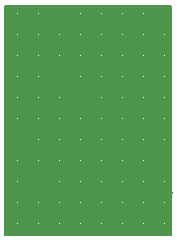
<source format=gbl>
%FSLAX24Y24*%
%MOIN*%
G70*
G01*
G75*
G04 Layer_Physical_Order=2*
G04 Layer_Color=16711680*
%ADD10C,0.0080*%
%ADD11R,0.0200X0.0250*%
%ADD12R,0.0250X0.0200*%
%ADD13R,0.0472X0.0433*%
%ADD14R,0.0110X0.0354*%
%ADD15R,0.0354X0.0110*%
%ADD16R,0.0354X0.0110*%
%ADD17R,0.0591X0.0512*%
%ADD18C,0.0100*%
%ADD19C,0.0300*%
%ADD20C,0.0060*%
%ADD21R,0.0510X0.0300*%
%ADD22C,0.0320*%
D10*
X2500Y7150D02*
X8030Y7150D01*
X2500Y7010D02*
X8030Y7010D01*
X2500Y7080D02*
X8030Y7080D01*
X2500Y7360D02*
X8030Y7360D01*
X2500Y7220D02*
X8030Y7220D01*
X2500Y7290D02*
X8030Y7290D01*
X2500Y6730D02*
X8030Y6730D01*
X2500Y6590D02*
X8030Y6590D01*
X2500Y6660D02*
X8030Y6660D01*
X2500Y6940D02*
X8030Y6940D01*
X2500Y6800D02*
X8030Y6800D01*
X2500Y6870D02*
X8030Y6870D01*
X2500Y7990D02*
X8030Y7990D01*
X2500Y7850D02*
X8030Y7850D01*
X2500Y7920D02*
X8030Y7920D01*
X2500Y8200D02*
X8030Y8200D01*
X2500Y8060D02*
X8030Y8060D01*
X2500Y8130D02*
X8030Y8130D01*
X2500Y7570D02*
X8030Y7570D01*
X2500Y7430D02*
X8030Y7430D01*
X2500Y7500D02*
X8030Y7500D01*
X2500Y7780D02*
X8030Y7780D01*
X2500Y7640D02*
X8030Y7640D01*
X2500Y7710D02*
X8030Y7710D01*
X2500Y5470D02*
X8030Y5470D01*
X2500Y5260D02*
X8030Y5260D01*
X2500Y5330D02*
X8030Y5330D01*
X2500Y5680D02*
X8030Y5680D01*
X2500Y5540D02*
X8030Y5540D01*
X2500Y5610D02*
X8030Y5610D01*
X2500Y4980D02*
X8030Y4980D01*
X2500Y4560D02*
X8030Y4560D01*
X2500Y4910D02*
X8030Y4910D01*
X2500Y5190D02*
X8030Y5190D01*
X2500Y5050D02*
X8030Y5050D01*
X2500Y5120D02*
X8030Y5120D01*
X2500Y6310D02*
X8030Y6310D01*
X2500Y6170D02*
X8030Y6170D01*
X2500Y6240D02*
X8030Y6240D01*
X2500Y6520D02*
X8030Y6520D01*
X2500Y6380D02*
X8030Y6380D01*
X2500Y6450D02*
X8030Y6450D01*
X2500Y5890D02*
X8030Y5890D01*
X2500Y5750D02*
X8030Y5750D01*
X2500Y5820D02*
X8030Y5820D01*
X2500Y6100D02*
X8030Y6100D01*
X2500Y5960D02*
X8030Y5960D01*
X2500Y6030D02*
X8030Y6030D01*
X2500Y10580D02*
X8030Y10580D01*
X2500Y10440D02*
X8030Y10440D01*
X2500Y10510D02*
X8030Y10510D01*
X2500Y10790D02*
X8030Y10790D01*
X2500Y10650D02*
X8030Y10650D01*
X2500Y10720D02*
X8030Y10720D01*
X2500Y10160D02*
X8030Y10160D01*
X2500Y10020D02*
X8030Y10020D01*
X2500Y10090D02*
X8030Y10090D01*
X2500Y10370D02*
X8030Y10370D01*
X2500Y10230D02*
X8030Y10230D01*
X2500Y10300D02*
X8030Y10300D01*
X2500Y11420D02*
X8030Y11420D01*
X2500Y11280D02*
X8030Y11280D01*
X2500Y11350D02*
X8030Y11350D01*
X2500Y11620D02*
X8030Y11620D01*
X2500Y11490D02*
X8030Y11490D01*
X2500Y11560D02*
X8030Y11560D01*
X2500Y11000D02*
X8030Y11000D01*
X2500Y10860D02*
X8030Y10860D01*
X2500Y10930D02*
X8030Y10930D01*
X2500Y11210D02*
X8030Y11210D01*
X2500Y11070D02*
X8030Y11070D01*
X2500Y11140D02*
X8030Y11140D01*
X2500Y8900D02*
X8030Y8900D01*
X2500Y8760D02*
X8030Y8760D01*
X2500Y8830D02*
X8030Y8830D01*
X2500Y9110D02*
X8030Y9110D01*
X2500Y8970D02*
X8030Y8970D01*
X2500Y9040D02*
X8030Y9040D01*
X2500Y8410D02*
X8030Y8410D01*
X2500Y8270D02*
X8030Y8270D01*
X2500Y8340D02*
X8030Y8340D01*
X2500Y8690D02*
X8030Y8690D01*
X2500Y8480D02*
X8030Y8480D01*
X2500Y8620D02*
X8030Y8620D01*
X2500Y9740D02*
X8030Y9740D01*
X2500Y9600D02*
X8030Y9600D01*
X2500Y9670D02*
X8030Y9670D01*
X2500Y9950D02*
X8030Y9950D01*
X2500Y9810D02*
X8030Y9810D01*
X2500Y9880D02*
X8030Y9880D01*
X2500Y9320D02*
X8030Y9320D01*
X2500Y9180D02*
X8030Y9180D01*
X2500Y9250D02*
X8030Y9250D01*
X2500Y9530D02*
X8030Y9530D01*
X2500Y9390D02*
X8030Y9390D01*
X2500Y9460D02*
X8030Y9460D01*
X3498Y4000D02*
X3498Y11620D01*
X3638Y4000D02*
X3638Y11620D01*
X3568Y4000D02*
X3568Y11620D01*
X3288Y4000D02*
X3288Y11620D01*
X3428Y4000D02*
X3428Y11620D01*
X3358Y4000D02*
X3358Y11620D01*
X3918Y4000D02*
X3918Y11620D01*
X4058Y4000D02*
X4058Y11620D01*
X3988Y4000D02*
X3988Y11620D01*
X3708Y4000D02*
X3708Y11620D01*
X3848Y4000D02*
X3848Y11620D01*
X3778Y4000D02*
X3778Y11620D01*
X2658Y4000D02*
X2658Y11620D01*
X2798Y4000D02*
X2798Y11620D01*
X2728Y4000D02*
X2728Y11620D01*
X2500Y4000D02*
X2500Y11620D01*
X2588Y4000D02*
X2588Y11620D01*
X2518Y4000D02*
X2518Y11620D01*
X3078Y4000D02*
X3078Y11620D01*
X3218Y4000D02*
X3218Y11620D01*
X3148Y4000D02*
X3148Y11620D01*
X2868Y4000D02*
X2868Y11620D01*
X3008Y4000D02*
X3008Y11620D01*
X2938Y4000D02*
X2938Y11620D01*
X5038Y4000D02*
X5038Y11620D01*
X5178Y4000D02*
X5178Y11620D01*
X5108Y4000D02*
X5108Y11620D01*
X4968Y4000D02*
X4968Y11620D01*
X2500Y4000D02*
X8030Y4000D01*
X2500Y4000D02*
X8030Y4000D01*
X7208Y4000D02*
X7208Y11620D01*
X7348Y4000D02*
X7348Y11620D01*
X7278Y4000D02*
X7278Y11620D01*
X6788Y4000D02*
X6788Y11620D01*
X7138Y4000D02*
X7138Y11620D01*
X7068Y4000D02*
X7068Y11620D01*
X4338Y4000D02*
X4338Y11620D01*
X4478Y4000D02*
X4478Y11620D01*
X4408Y4000D02*
X4408Y11620D01*
X4128Y4000D02*
X4128Y11620D01*
X4268Y4000D02*
X4268Y11620D01*
X4198Y4000D02*
X4198Y11620D01*
X4758Y4000D02*
X4758Y11620D01*
X4898Y4000D02*
X4898Y11620D01*
X4828Y4000D02*
X4828Y11620D01*
X4548Y4000D02*
X4548Y11620D01*
X4688Y4000D02*
X4688Y11620D01*
X4618Y4000D02*
X4618Y11620D01*
X6298Y4000D02*
X6298Y11620D01*
X6438Y4000D02*
X6438Y11620D01*
X6368Y4000D02*
X6368Y11620D01*
X6088Y4000D02*
X6088Y11620D01*
X6228Y4000D02*
X6228Y11620D01*
X6158Y4000D02*
X6158Y11620D01*
X6718Y4000D02*
X6718Y11620D01*
X6928Y4000D02*
X6928Y11620D01*
X6858Y4000D02*
X6858Y11620D01*
X6508Y4000D02*
X6508Y11620D01*
X6648Y4000D02*
X6648Y11620D01*
X6578Y4000D02*
X6578Y11620D01*
X5458Y4000D02*
X5458Y11620D01*
X5598Y4000D02*
X5598Y11620D01*
X5528Y4000D02*
X5528Y11620D01*
X5248Y4000D02*
X5248Y11620D01*
X5388Y4000D02*
X5388Y11620D01*
X5318Y4000D02*
X5318Y11620D01*
X5878Y4000D02*
X5878Y11620D01*
X6018Y4000D02*
X6018Y11620D01*
X5948Y4000D02*
X5948Y11620D01*
X5668Y4000D02*
X5668Y11620D01*
X5808Y4000D02*
X5808Y11620D01*
X5738Y4000D02*
X5738Y11620D01*
X2500Y4700D02*
X8030Y4700D01*
X2500Y4490D02*
X8030Y4490D01*
X2500Y4630D02*
X8030Y4630D01*
X2500Y5400D02*
X8030Y5400D01*
X2500Y4770D02*
X8030Y4770D01*
X2500Y4840D02*
X8030Y4840D01*
X2500Y4210D02*
X8030Y4210D01*
X2500Y4070D02*
X8030Y4070D01*
X2500Y4140D02*
X8030Y4140D01*
X2500Y4420D02*
X8030Y4420D01*
X2500Y4280D02*
X8030Y4280D01*
X2500Y4350D02*
X8030Y4350D01*
X7488Y4000D02*
X7488Y11620D01*
X7628Y4000D02*
X7628Y11620D01*
X7558Y4000D02*
X7558Y11620D01*
X6998Y4000D02*
X6998Y11620D01*
X2500Y8550D02*
X8030Y8550D01*
X7418Y4000D02*
X7418Y11620D01*
X7908Y4000D02*
X7908Y11620D01*
X8030Y4000D02*
X8030Y11620D01*
X7978Y4000D02*
X7978Y11620D01*
X7698Y4000D02*
X7698Y11620D01*
X7838Y4000D02*
X7838Y11620D01*
X7768Y4000D02*
X7768Y11620D01*
D22*
X3280Y6930D02*
D03*
X2950Y7310D02*
D03*
X7900Y9540D02*
D03*
X7910Y5390D02*
D03*
X4710Y5350D02*
D03*
X2620Y11500D02*
D03*
X3180Y9200D02*
D03*
X4170Y9190D02*
D03*
X3840Y9550D02*
D03*
X2620Y10070D02*
D03*
X3280Y5540D02*
D03*
X2620Y6030D02*
D03*
X3640Y5850D02*
D03*
X4440Y5840D02*
D03*
X2620Y4130D02*
D03*
X2950Y8190D02*
D03*
X3500Y9550D02*
D03*
X3260Y7760D02*
D03*
X5320Y4770D02*
D03*
X4310Y4120D02*
D03*
X6360Y4790D02*
D03*
X6730Y4800D02*
D03*
X5530Y4120D02*
D03*
X6790Y7180D02*
D03*
X6790Y6710D02*
D03*
X6100Y6710D02*
D03*
X5420Y6700D02*
D03*
X6110Y7360D02*
D03*
X5420Y7960D02*
D03*
X6510Y7740D02*
D03*
X6920Y8200D02*
D03*
X6020Y8200D02*
D03*
X5060Y8590D02*
D03*
X5840Y9020D02*
D03*
X6730Y11500D02*
D03*
X7900Y11500D02*
D03*
X6740Y9550D02*
D03*
X6420Y10290D02*
D03*
X4530Y10640D02*
D03*
X3840Y11140D02*
D03*
X4210Y11500D02*
D03*
X5010Y9490D02*
D03*
X7340Y8610D02*
D03*
X5950Y9520D02*
D03*
X7210Y5930D02*
D03*
X7900Y6430D02*
D03*
X7900Y4120D02*
D03*
X2620Y6770D02*
D03*
X5310Y5910D02*
D03*
M02*

</source>
